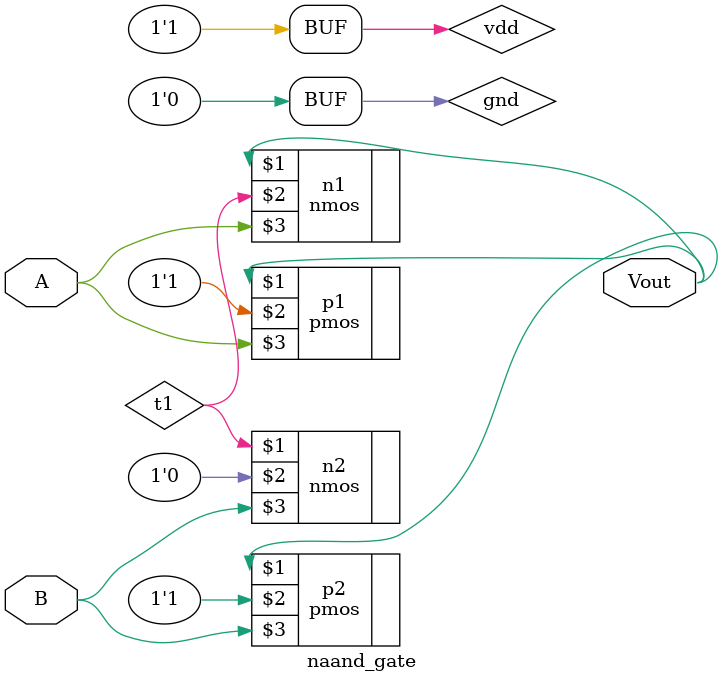
<source format=v>
`timescale 1ns / 1ps

module naand_gate(
       input A,B,
       output Vout
    );
    
    supply1 vdd;
    supply0 gnd;
    
    wire t1;
    pmos p1(Vout, vdd, A);
    pmos p2(Vout, vdd, B); 
    
    nmos n1(Vout, t1, A);
    nmos n2(t1, gnd, B);
    
endmodule

</source>
